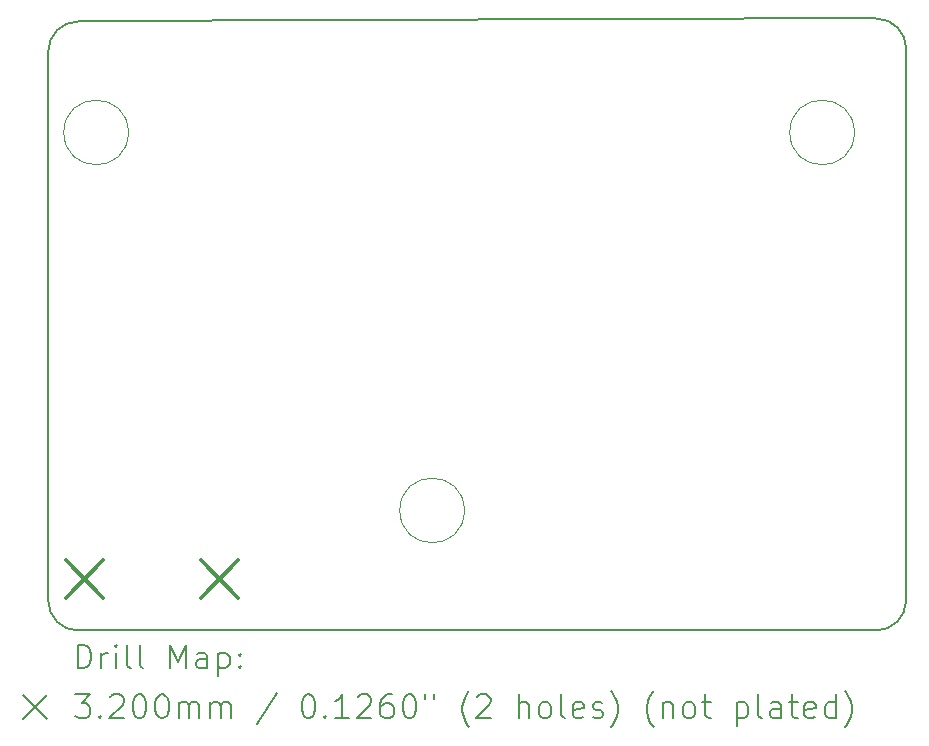
<source format=gbr>
%TF.GenerationSoftware,KiCad,Pcbnew,7.0.9*%
%TF.CreationDate,2024-05-07T23:03:17-04:00*%
%TF.ProjectId,Winder_V1,57696e64-6572-45f5-9631-2e6b69636164,rev?*%
%TF.SameCoordinates,Original*%
%TF.FileFunction,Drillmap*%
%TF.FilePolarity,Positive*%
%FSLAX45Y45*%
G04 Gerber Fmt 4.5, Leading zero omitted, Abs format (unit mm)*
G04 Created by KiCad (PCBNEW 7.0.9) date 2024-05-07 23:03:17*
%MOMM*%
%LPD*%
G01*
G04 APERTURE LIST*
%ADD10C,0.100000*%
%ADD11C,0.200000*%
%ADD12C,0.320000*%
G04 APERTURE END LIST*
D10*
X16732766Y-5130800D02*
G75*
G03*
X16732766Y-5130800I-273566J0D01*
G01*
D11*
X9906000Y-9093200D02*
G75*
G03*
X10160000Y-9347200I254000J0D01*
G01*
X16916400Y-9347200D02*
G75*
G03*
X17170400Y-9093200I0J254000D01*
G01*
X9906000Y-4445000D02*
X9906000Y-9093200D01*
X17170400Y-9093200D02*
X17170400Y-4419600D01*
X10160000Y-9347200D02*
X16916400Y-9347200D01*
X17170400Y-4419600D02*
G75*
G03*
X16916400Y-4165600I-254000J0D01*
G01*
D10*
X13430766Y-8331200D02*
G75*
G03*
X13430766Y-8331200I-273566J0D01*
G01*
D11*
X10160000Y-4191000D02*
G75*
G03*
X9906000Y-4445000I0J-254000D01*
G01*
D10*
X10585966Y-5130800D02*
G75*
G03*
X10585966Y-5130800I-273566J0D01*
G01*
D11*
X16916400Y-4165600D02*
X10160000Y-4191000D01*
D12*
X10054350Y-8753400D02*
X10374350Y-9073400D01*
X10374350Y-8753400D02*
X10054350Y-9073400D01*
X11197350Y-8753400D02*
X11517350Y-9073400D01*
X11517350Y-8753400D02*
X11197350Y-9073400D01*
D11*
X10156777Y-9668684D02*
X10156777Y-9468684D01*
X10156777Y-9468684D02*
X10204396Y-9468684D01*
X10204396Y-9468684D02*
X10232967Y-9478208D01*
X10232967Y-9478208D02*
X10252015Y-9497255D01*
X10252015Y-9497255D02*
X10261539Y-9516303D01*
X10261539Y-9516303D02*
X10271062Y-9554398D01*
X10271062Y-9554398D02*
X10271062Y-9582970D01*
X10271062Y-9582970D02*
X10261539Y-9621065D01*
X10261539Y-9621065D02*
X10252015Y-9640112D01*
X10252015Y-9640112D02*
X10232967Y-9659160D01*
X10232967Y-9659160D02*
X10204396Y-9668684D01*
X10204396Y-9668684D02*
X10156777Y-9668684D01*
X10356777Y-9668684D02*
X10356777Y-9535351D01*
X10356777Y-9573446D02*
X10366301Y-9554398D01*
X10366301Y-9554398D02*
X10375824Y-9544874D01*
X10375824Y-9544874D02*
X10394872Y-9535351D01*
X10394872Y-9535351D02*
X10413920Y-9535351D01*
X10480586Y-9668684D02*
X10480586Y-9535351D01*
X10480586Y-9468684D02*
X10471062Y-9478208D01*
X10471062Y-9478208D02*
X10480586Y-9487732D01*
X10480586Y-9487732D02*
X10490110Y-9478208D01*
X10490110Y-9478208D02*
X10480586Y-9468684D01*
X10480586Y-9468684D02*
X10480586Y-9487732D01*
X10604396Y-9668684D02*
X10585348Y-9659160D01*
X10585348Y-9659160D02*
X10575824Y-9640112D01*
X10575824Y-9640112D02*
X10575824Y-9468684D01*
X10709158Y-9668684D02*
X10690110Y-9659160D01*
X10690110Y-9659160D02*
X10680586Y-9640112D01*
X10680586Y-9640112D02*
X10680586Y-9468684D01*
X10937729Y-9668684D02*
X10937729Y-9468684D01*
X10937729Y-9468684D02*
X11004396Y-9611541D01*
X11004396Y-9611541D02*
X11071062Y-9468684D01*
X11071062Y-9468684D02*
X11071062Y-9668684D01*
X11252015Y-9668684D02*
X11252015Y-9563922D01*
X11252015Y-9563922D02*
X11242491Y-9544874D01*
X11242491Y-9544874D02*
X11223443Y-9535351D01*
X11223443Y-9535351D02*
X11185348Y-9535351D01*
X11185348Y-9535351D02*
X11166301Y-9544874D01*
X11252015Y-9659160D02*
X11232967Y-9668684D01*
X11232967Y-9668684D02*
X11185348Y-9668684D01*
X11185348Y-9668684D02*
X11166301Y-9659160D01*
X11166301Y-9659160D02*
X11156777Y-9640112D01*
X11156777Y-9640112D02*
X11156777Y-9621065D01*
X11156777Y-9621065D02*
X11166301Y-9602017D01*
X11166301Y-9602017D02*
X11185348Y-9592493D01*
X11185348Y-9592493D02*
X11232967Y-9592493D01*
X11232967Y-9592493D02*
X11252015Y-9582970D01*
X11347253Y-9535351D02*
X11347253Y-9735351D01*
X11347253Y-9544874D02*
X11366300Y-9535351D01*
X11366300Y-9535351D02*
X11404396Y-9535351D01*
X11404396Y-9535351D02*
X11423443Y-9544874D01*
X11423443Y-9544874D02*
X11432967Y-9554398D01*
X11432967Y-9554398D02*
X11442491Y-9573446D01*
X11442491Y-9573446D02*
X11442491Y-9630589D01*
X11442491Y-9630589D02*
X11432967Y-9649636D01*
X11432967Y-9649636D02*
X11423443Y-9659160D01*
X11423443Y-9659160D02*
X11404396Y-9668684D01*
X11404396Y-9668684D02*
X11366300Y-9668684D01*
X11366300Y-9668684D02*
X11347253Y-9659160D01*
X11528205Y-9649636D02*
X11537729Y-9659160D01*
X11537729Y-9659160D02*
X11528205Y-9668684D01*
X11528205Y-9668684D02*
X11518681Y-9659160D01*
X11518681Y-9659160D02*
X11528205Y-9649636D01*
X11528205Y-9649636D02*
X11528205Y-9668684D01*
X11528205Y-9544874D02*
X11537729Y-9554398D01*
X11537729Y-9554398D02*
X11528205Y-9563922D01*
X11528205Y-9563922D02*
X11518681Y-9554398D01*
X11518681Y-9554398D02*
X11528205Y-9544874D01*
X11528205Y-9544874D02*
X11528205Y-9563922D01*
X9696000Y-9897200D02*
X9896000Y-10097200D01*
X9896000Y-9897200D02*
X9696000Y-10097200D01*
X10137729Y-9888684D02*
X10261539Y-9888684D01*
X10261539Y-9888684D02*
X10194872Y-9964874D01*
X10194872Y-9964874D02*
X10223443Y-9964874D01*
X10223443Y-9964874D02*
X10242491Y-9974398D01*
X10242491Y-9974398D02*
X10252015Y-9983922D01*
X10252015Y-9983922D02*
X10261539Y-10002970D01*
X10261539Y-10002970D02*
X10261539Y-10050589D01*
X10261539Y-10050589D02*
X10252015Y-10069636D01*
X10252015Y-10069636D02*
X10242491Y-10079160D01*
X10242491Y-10079160D02*
X10223443Y-10088684D01*
X10223443Y-10088684D02*
X10166301Y-10088684D01*
X10166301Y-10088684D02*
X10147253Y-10079160D01*
X10147253Y-10079160D02*
X10137729Y-10069636D01*
X10347253Y-10069636D02*
X10356777Y-10079160D01*
X10356777Y-10079160D02*
X10347253Y-10088684D01*
X10347253Y-10088684D02*
X10337729Y-10079160D01*
X10337729Y-10079160D02*
X10347253Y-10069636D01*
X10347253Y-10069636D02*
X10347253Y-10088684D01*
X10432967Y-9907732D02*
X10442491Y-9898208D01*
X10442491Y-9898208D02*
X10461539Y-9888684D01*
X10461539Y-9888684D02*
X10509158Y-9888684D01*
X10509158Y-9888684D02*
X10528205Y-9898208D01*
X10528205Y-9898208D02*
X10537729Y-9907732D01*
X10537729Y-9907732D02*
X10547253Y-9926779D01*
X10547253Y-9926779D02*
X10547253Y-9945827D01*
X10547253Y-9945827D02*
X10537729Y-9974398D01*
X10537729Y-9974398D02*
X10423443Y-10088684D01*
X10423443Y-10088684D02*
X10547253Y-10088684D01*
X10671062Y-9888684D02*
X10690110Y-9888684D01*
X10690110Y-9888684D02*
X10709158Y-9898208D01*
X10709158Y-9898208D02*
X10718682Y-9907732D01*
X10718682Y-9907732D02*
X10728205Y-9926779D01*
X10728205Y-9926779D02*
X10737729Y-9964874D01*
X10737729Y-9964874D02*
X10737729Y-10012493D01*
X10737729Y-10012493D02*
X10728205Y-10050589D01*
X10728205Y-10050589D02*
X10718682Y-10069636D01*
X10718682Y-10069636D02*
X10709158Y-10079160D01*
X10709158Y-10079160D02*
X10690110Y-10088684D01*
X10690110Y-10088684D02*
X10671062Y-10088684D01*
X10671062Y-10088684D02*
X10652015Y-10079160D01*
X10652015Y-10079160D02*
X10642491Y-10069636D01*
X10642491Y-10069636D02*
X10632967Y-10050589D01*
X10632967Y-10050589D02*
X10623443Y-10012493D01*
X10623443Y-10012493D02*
X10623443Y-9964874D01*
X10623443Y-9964874D02*
X10632967Y-9926779D01*
X10632967Y-9926779D02*
X10642491Y-9907732D01*
X10642491Y-9907732D02*
X10652015Y-9898208D01*
X10652015Y-9898208D02*
X10671062Y-9888684D01*
X10861539Y-9888684D02*
X10880586Y-9888684D01*
X10880586Y-9888684D02*
X10899634Y-9898208D01*
X10899634Y-9898208D02*
X10909158Y-9907732D01*
X10909158Y-9907732D02*
X10918682Y-9926779D01*
X10918682Y-9926779D02*
X10928205Y-9964874D01*
X10928205Y-9964874D02*
X10928205Y-10012493D01*
X10928205Y-10012493D02*
X10918682Y-10050589D01*
X10918682Y-10050589D02*
X10909158Y-10069636D01*
X10909158Y-10069636D02*
X10899634Y-10079160D01*
X10899634Y-10079160D02*
X10880586Y-10088684D01*
X10880586Y-10088684D02*
X10861539Y-10088684D01*
X10861539Y-10088684D02*
X10842491Y-10079160D01*
X10842491Y-10079160D02*
X10832967Y-10069636D01*
X10832967Y-10069636D02*
X10823443Y-10050589D01*
X10823443Y-10050589D02*
X10813920Y-10012493D01*
X10813920Y-10012493D02*
X10813920Y-9964874D01*
X10813920Y-9964874D02*
X10823443Y-9926779D01*
X10823443Y-9926779D02*
X10832967Y-9907732D01*
X10832967Y-9907732D02*
X10842491Y-9898208D01*
X10842491Y-9898208D02*
X10861539Y-9888684D01*
X11013920Y-10088684D02*
X11013920Y-9955351D01*
X11013920Y-9974398D02*
X11023443Y-9964874D01*
X11023443Y-9964874D02*
X11042491Y-9955351D01*
X11042491Y-9955351D02*
X11071063Y-9955351D01*
X11071063Y-9955351D02*
X11090110Y-9964874D01*
X11090110Y-9964874D02*
X11099634Y-9983922D01*
X11099634Y-9983922D02*
X11099634Y-10088684D01*
X11099634Y-9983922D02*
X11109158Y-9964874D01*
X11109158Y-9964874D02*
X11128205Y-9955351D01*
X11128205Y-9955351D02*
X11156777Y-9955351D01*
X11156777Y-9955351D02*
X11175824Y-9964874D01*
X11175824Y-9964874D02*
X11185348Y-9983922D01*
X11185348Y-9983922D02*
X11185348Y-10088684D01*
X11280586Y-10088684D02*
X11280586Y-9955351D01*
X11280586Y-9974398D02*
X11290110Y-9964874D01*
X11290110Y-9964874D02*
X11309158Y-9955351D01*
X11309158Y-9955351D02*
X11337729Y-9955351D01*
X11337729Y-9955351D02*
X11356777Y-9964874D01*
X11356777Y-9964874D02*
X11366301Y-9983922D01*
X11366301Y-9983922D02*
X11366301Y-10088684D01*
X11366301Y-9983922D02*
X11375824Y-9964874D01*
X11375824Y-9964874D02*
X11394872Y-9955351D01*
X11394872Y-9955351D02*
X11423443Y-9955351D01*
X11423443Y-9955351D02*
X11442491Y-9964874D01*
X11442491Y-9964874D02*
X11452015Y-9983922D01*
X11452015Y-9983922D02*
X11452015Y-10088684D01*
X11842491Y-9879160D02*
X11671063Y-10136303D01*
X12099634Y-9888684D02*
X12118682Y-9888684D01*
X12118682Y-9888684D02*
X12137729Y-9898208D01*
X12137729Y-9898208D02*
X12147253Y-9907732D01*
X12147253Y-9907732D02*
X12156777Y-9926779D01*
X12156777Y-9926779D02*
X12166301Y-9964874D01*
X12166301Y-9964874D02*
X12166301Y-10012493D01*
X12166301Y-10012493D02*
X12156777Y-10050589D01*
X12156777Y-10050589D02*
X12147253Y-10069636D01*
X12147253Y-10069636D02*
X12137729Y-10079160D01*
X12137729Y-10079160D02*
X12118682Y-10088684D01*
X12118682Y-10088684D02*
X12099634Y-10088684D01*
X12099634Y-10088684D02*
X12080586Y-10079160D01*
X12080586Y-10079160D02*
X12071063Y-10069636D01*
X12071063Y-10069636D02*
X12061539Y-10050589D01*
X12061539Y-10050589D02*
X12052015Y-10012493D01*
X12052015Y-10012493D02*
X12052015Y-9964874D01*
X12052015Y-9964874D02*
X12061539Y-9926779D01*
X12061539Y-9926779D02*
X12071063Y-9907732D01*
X12071063Y-9907732D02*
X12080586Y-9898208D01*
X12080586Y-9898208D02*
X12099634Y-9888684D01*
X12252015Y-10069636D02*
X12261539Y-10079160D01*
X12261539Y-10079160D02*
X12252015Y-10088684D01*
X12252015Y-10088684D02*
X12242491Y-10079160D01*
X12242491Y-10079160D02*
X12252015Y-10069636D01*
X12252015Y-10069636D02*
X12252015Y-10088684D01*
X12452015Y-10088684D02*
X12337729Y-10088684D01*
X12394872Y-10088684D02*
X12394872Y-9888684D01*
X12394872Y-9888684D02*
X12375824Y-9917255D01*
X12375824Y-9917255D02*
X12356777Y-9936303D01*
X12356777Y-9936303D02*
X12337729Y-9945827D01*
X12528205Y-9907732D02*
X12537729Y-9898208D01*
X12537729Y-9898208D02*
X12556777Y-9888684D01*
X12556777Y-9888684D02*
X12604396Y-9888684D01*
X12604396Y-9888684D02*
X12623444Y-9898208D01*
X12623444Y-9898208D02*
X12632967Y-9907732D01*
X12632967Y-9907732D02*
X12642491Y-9926779D01*
X12642491Y-9926779D02*
X12642491Y-9945827D01*
X12642491Y-9945827D02*
X12632967Y-9974398D01*
X12632967Y-9974398D02*
X12518682Y-10088684D01*
X12518682Y-10088684D02*
X12642491Y-10088684D01*
X12813920Y-9888684D02*
X12775824Y-9888684D01*
X12775824Y-9888684D02*
X12756777Y-9898208D01*
X12756777Y-9898208D02*
X12747253Y-9907732D01*
X12747253Y-9907732D02*
X12728205Y-9936303D01*
X12728205Y-9936303D02*
X12718682Y-9974398D01*
X12718682Y-9974398D02*
X12718682Y-10050589D01*
X12718682Y-10050589D02*
X12728205Y-10069636D01*
X12728205Y-10069636D02*
X12737729Y-10079160D01*
X12737729Y-10079160D02*
X12756777Y-10088684D01*
X12756777Y-10088684D02*
X12794872Y-10088684D01*
X12794872Y-10088684D02*
X12813920Y-10079160D01*
X12813920Y-10079160D02*
X12823444Y-10069636D01*
X12823444Y-10069636D02*
X12832967Y-10050589D01*
X12832967Y-10050589D02*
X12832967Y-10002970D01*
X12832967Y-10002970D02*
X12823444Y-9983922D01*
X12823444Y-9983922D02*
X12813920Y-9974398D01*
X12813920Y-9974398D02*
X12794872Y-9964874D01*
X12794872Y-9964874D02*
X12756777Y-9964874D01*
X12756777Y-9964874D02*
X12737729Y-9974398D01*
X12737729Y-9974398D02*
X12728205Y-9983922D01*
X12728205Y-9983922D02*
X12718682Y-10002970D01*
X12956777Y-9888684D02*
X12975825Y-9888684D01*
X12975825Y-9888684D02*
X12994872Y-9898208D01*
X12994872Y-9898208D02*
X13004396Y-9907732D01*
X13004396Y-9907732D02*
X13013920Y-9926779D01*
X13013920Y-9926779D02*
X13023444Y-9964874D01*
X13023444Y-9964874D02*
X13023444Y-10012493D01*
X13023444Y-10012493D02*
X13013920Y-10050589D01*
X13013920Y-10050589D02*
X13004396Y-10069636D01*
X13004396Y-10069636D02*
X12994872Y-10079160D01*
X12994872Y-10079160D02*
X12975825Y-10088684D01*
X12975825Y-10088684D02*
X12956777Y-10088684D01*
X12956777Y-10088684D02*
X12937729Y-10079160D01*
X12937729Y-10079160D02*
X12928205Y-10069636D01*
X12928205Y-10069636D02*
X12918682Y-10050589D01*
X12918682Y-10050589D02*
X12909158Y-10012493D01*
X12909158Y-10012493D02*
X12909158Y-9964874D01*
X12909158Y-9964874D02*
X12918682Y-9926779D01*
X12918682Y-9926779D02*
X12928205Y-9907732D01*
X12928205Y-9907732D02*
X12937729Y-9898208D01*
X12937729Y-9898208D02*
X12956777Y-9888684D01*
X13099634Y-9888684D02*
X13099634Y-9926779D01*
X13175825Y-9888684D02*
X13175825Y-9926779D01*
X13471063Y-10164874D02*
X13461539Y-10155351D01*
X13461539Y-10155351D02*
X13442491Y-10126779D01*
X13442491Y-10126779D02*
X13432967Y-10107732D01*
X13432967Y-10107732D02*
X13423444Y-10079160D01*
X13423444Y-10079160D02*
X13413920Y-10031541D01*
X13413920Y-10031541D02*
X13413920Y-9993446D01*
X13413920Y-9993446D02*
X13423444Y-9945827D01*
X13423444Y-9945827D02*
X13432967Y-9917255D01*
X13432967Y-9917255D02*
X13442491Y-9898208D01*
X13442491Y-9898208D02*
X13461539Y-9869636D01*
X13461539Y-9869636D02*
X13471063Y-9860112D01*
X13537729Y-9907732D02*
X13547253Y-9898208D01*
X13547253Y-9898208D02*
X13566301Y-9888684D01*
X13566301Y-9888684D02*
X13613920Y-9888684D01*
X13613920Y-9888684D02*
X13632967Y-9898208D01*
X13632967Y-9898208D02*
X13642491Y-9907732D01*
X13642491Y-9907732D02*
X13652015Y-9926779D01*
X13652015Y-9926779D02*
X13652015Y-9945827D01*
X13652015Y-9945827D02*
X13642491Y-9974398D01*
X13642491Y-9974398D02*
X13528206Y-10088684D01*
X13528206Y-10088684D02*
X13652015Y-10088684D01*
X13890110Y-10088684D02*
X13890110Y-9888684D01*
X13975825Y-10088684D02*
X13975825Y-9983922D01*
X13975825Y-9983922D02*
X13966301Y-9964874D01*
X13966301Y-9964874D02*
X13947253Y-9955351D01*
X13947253Y-9955351D02*
X13918682Y-9955351D01*
X13918682Y-9955351D02*
X13899634Y-9964874D01*
X13899634Y-9964874D02*
X13890110Y-9974398D01*
X14099634Y-10088684D02*
X14080587Y-10079160D01*
X14080587Y-10079160D02*
X14071063Y-10069636D01*
X14071063Y-10069636D02*
X14061539Y-10050589D01*
X14061539Y-10050589D02*
X14061539Y-9993446D01*
X14061539Y-9993446D02*
X14071063Y-9974398D01*
X14071063Y-9974398D02*
X14080587Y-9964874D01*
X14080587Y-9964874D02*
X14099634Y-9955351D01*
X14099634Y-9955351D02*
X14128206Y-9955351D01*
X14128206Y-9955351D02*
X14147253Y-9964874D01*
X14147253Y-9964874D02*
X14156777Y-9974398D01*
X14156777Y-9974398D02*
X14166301Y-9993446D01*
X14166301Y-9993446D02*
X14166301Y-10050589D01*
X14166301Y-10050589D02*
X14156777Y-10069636D01*
X14156777Y-10069636D02*
X14147253Y-10079160D01*
X14147253Y-10079160D02*
X14128206Y-10088684D01*
X14128206Y-10088684D02*
X14099634Y-10088684D01*
X14280587Y-10088684D02*
X14261539Y-10079160D01*
X14261539Y-10079160D02*
X14252015Y-10060112D01*
X14252015Y-10060112D02*
X14252015Y-9888684D01*
X14432968Y-10079160D02*
X14413920Y-10088684D01*
X14413920Y-10088684D02*
X14375825Y-10088684D01*
X14375825Y-10088684D02*
X14356777Y-10079160D01*
X14356777Y-10079160D02*
X14347253Y-10060112D01*
X14347253Y-10060112D02*
X14347253Y-9983922D01*
X14347253Y-9983922D02*
X14356777Y-9964874D01*
X14356777Y-9964874D02*
X14375825Y-9955351D01*
X14375825Y-9955351D02*
X14413920Y-9955351D01*
X14413920Y-9955351D02*
X14432968Y-9964874D01*
X14432968Y-9964874D02*
X14442491Y-9983922D01*
X14442491Y-9983922D02*
X14442491Y-10002970D01*
X14442491Y-10002970D02*
X14347253Y-10022017D01*
X14518682Y-10079160D02*
X14537729Y-10088684D01*
X14537729Y-10088684D02*
X14575825Y-10088684D01*
X14575825Y-10088684D02*
X14594872Y-10079160D01*
X14594872Y-10079160D02*
X14604396Y-10060112D01*
X14604396Y-10060112D02*
X14604396Y-10050589D01*
X14604396Y-10050589D02*
X14594872Y-10031541D01*
X14594872Y-10031541D02*
X14575825Y-10022017D01*
X14575825Y-10022017D02*
X14547253Y-10022017D01*
X14547253Y-10022017D02*
X14528206Y-10012493D01*
X14528206Y-10012493D02*
X14518682Y-9993446D01*
X14518682Y-9993446D02*
X14518682Y-9983922D01*
X14518682Y-9983922D02*
X14528206Y-9964874D01*
X14528206Y-9964874D02*
X14547253Y-9955351D01*
X14547253Y-9955351D02*
X14575825Y-9955351D01*
X14575825Y-9955351D02*
X14594872Y-9964874D01*
X14671063Y-10164874D02*
X14680587Y-10155351D01*
X14680587Y-10155351D02*
X14699634Y-10126779D01*
X14699634Y-10126779D02*
X14709158Y-10107732D01*
X14709158Y-10107732D02*
X14718682Y-10079160D01*
X14718682Y-10079160D02*
X14728206Y-10031541D01*
X14728206Y-10031541D02*
X14728206Y-9993446D01*
X14728206Y-9993446D02*
X14718682Y-9945827D01*
X14718682Y-9945827D02*
X14709158Y-9917255D01*
X14709158Y-9917255D02*
X14699634Y-9898208D01*
X14699634Y-9898208D02*
X14680587Y-9869636D01*
X14680587Y-9869636D02*
X14671063Y-9860112D01*
X15032968Y-10164874D02*
X15023444Y-10155351D01*
X15023444Y-10155351D02*
X15004396Y-10126779D01*
X15004396Y-10126779D02*
X14994872Y-10107732D01*
X14994872Y-10107732D02*
X14985349Y-10079160D01*
X14985349Y-10079160D02*
X14975825Y-10031541D01*
X14975825Y-10031541D02*
X14975825Y-9993446D01*
X14975825Y-9993446D02*
X14985349Y-9945827D01*
X14985349Y-9945827D02*
X14994872Y-9917255D01*
X14994872Y-9917255D02*
X15004396Y-9898208D01*
X15004396Y-9898208D02*
X15023444Y-9869636D01*
X15023444Y-9869636D02*
X15032968Y-9860112D01*
X15109158Y-9955351D02*
X15109158Y-10088684D01*
X15109158Y-9974398D02*
X15118682Y-9964874D01*
X15118682Y-9964874D02*
X15137729Y-9955351D01*
X15137729Y-9955351D02*
X15166301Y-9955351D01*
X15166301Y-9955351D02*
X15185349Y-9964874D01*
X15185349Y-9964874D02*
X15194872Y-9983922D01*
X15194872Y-9983922D02*
X15194872Y-10088684D01*
X15318682Y-10088684D02*
X15299634Y-10079160D01*
X15299634Y-10079160D02*
X15290110Y-10069636D01*
X15290110Y-10069636D02*
X15280587Y-10050589D01*
X15280587Y-10050589D02*
X15280587Y-9993446D01*
X15280587Y-9993446D02*
X15290110Y-9974398D01*
X15290110Y-9974398D02*
X15299634Y-9964874D01*
X15299634Y-9964874D02*
X15318682Y-9955351D01*
X15318682Y-9955351D02*
X15347253Y-9955351D01*
X15347253Y-9955351D02*
X15366301Y-9964874D01*
X15366301Y-9964874D02*
X15375825Y-9974398D01*
X15375825Y-9974398D02*
X15385349Y-9993446D01*
X15385349Y-9993446D02*
X15385349Y-10050589D01*
X15385349Y-10050589D02*
X15375825Y-10069636D01*
X15375825Y-10069636D02*
X15366301Y-10079160D01*
X15366301Y-10079160D02*
X15347253Y-10088684D01*
X15347253Y-10088684D02*
X15318682Y-10088684D01*
X15442491Y-9955351D02*
X15518682Y-9955351D01*
X15471063Y-9888684D02*
X15471063Y-10060112D01*
X15471063Y-10060112D02*
X15480587Y-10079160D01*
X15480587Y-10079160D02*
X15499634Y-10088684D01*
X15499634Y-10088684D02*
X15518682Y-10088684D01*
X15737730Y-9955351D02*
X15737730Y-10155351D01*
X15737730Y-9964874D02*
X15756777Y-9955351D01*
X15756777Y-9955351D02*
X15794872Y-9955351D01*
X15794872Y-9955351D02*
X15813920Y-9964874D01*
X15813920Y-9964874D02*
X15823444Y-9974398D01*
X15823444Y-9974398D02*
X15832968Y-9993446D01*
X15832968Y-9993446D02*
X15832968Y-10050589D01*
X15832968Y-10050589D02*
X15823444Y-10069636D01*
X15823444Y-10069636D02*
X15813920Y-10079160D01*
X15813920Y-10079160D02*
X15794872Y-10088684D01*
X15794872Y-10088684D02*
X15756777Y-10088684D01*
X15756777Y-10088684D02*
X15737730Y-10079160D01*
X15947253Y-10088684D02*
X15928206Y-10079160D01*
X15928206Y-10079160D02*
X15918682Y-10060112D01*
X15918682Y-10060112D02*
X15918682Y-9888684D01*
X16109158Y-10088684D02*
X16109158Y-9983922D01*
X16109158Y-9983922D02*
X16099634Y-9964874D01*
X16099634Y-9964874D02*
X16080587Y-9955351D01*
X16080587Y-9955351D02*
X16042491Y-9955351D01*
X16042491Y-9955351D02*
X16023444Y-9964874D01*
X16109158Y-10079160D02*
X16090111Y-10088684D01*
X16090111Y-10088684D02*
X16042491Y-10088684D01*
X16042491Y-10088684D02*
X16023444Y-10079160D01*
X16023444Y-10079160D02*
X16013920Y-10060112D01*
X16013920Y-10060112D02*
X16013920Y-10041065D01*
X16013920Y-10041065D02*
X16023444Y-10022017D01*
X16023444Y-10022017D02*
X16042491Y-10012493D01*
X16042491Y-10012493D02*
X16090111Y-10012493D01*
X16090111Y-10012493D02*
X16109158Y-10002970D01*
X16175825Y-9955351D02*
X16252015Y-9955351D01*
X16204396Y-9888684D02*
X16204396Y-10060112D01*
X16204396Y-10060112D02*
X16213920Y-10079160D01*
X16213920Y-10079160D02*
X16232968Y-10088684D01*
X16232968Y-10088684D02*
X16252015Y-10088684D01*
X16394872Y-10079160D02*
X16375825Y-10088684D01*
X16375825Y-10088684D02*
X16337730Y-10088684D01*
X16337730Y-10088684D02*
X16318682Y-10079160D01*
X16318682Y-10079160D02*
X16309158Y-10060112D01*
X16309158Y-10060112D02*
X16309158Y-9983922D01*
X16309158Y-9983922D02*
X16318682Y-9964874D01*
X16318682Y-9964874D02*
X16337730Y-9955351D01*
X16337730Y-9955351D02*
X16375825Y-9955351D01*
X16375825Y-9955351D02*
X16394872Y-9964874D01*
X16394872Y-9964874D02*
X16404396Y-9983922D01*
X16404396Y-9983922D02*
X16404396Y-10002970D01*
X16404396Y-10002970D02*
X16309158Y-10022017D01*
X16575825Y-10088684D02*
X16575825Y-9888684D01*
X16575825Y-10079160D02*
X16556777Y-10088684D01*
X16556777Y-10088684D02*
X16518682Y-10088684D01*
X16518682Y-10088684D02*
X16499634Y-10079160D01*
X16499634Y-10079160D02*
X16490111Y-10069636D01*
X16490111Y-10069636D02*
X16480587Y-10050589D01*
X16480587Y-10050589D02*
X16480587Y-9993446D01*
X16480587Y-9993446D02*
X16490111Y-9974398D01*
X16490111Y-9974398D02*
X16499634Y-9964874D01*
X16499634Y-9964874D02*
X16518682Y-9955351D01*
X16518682Y-9955351D02*
X16556777Y-9955351D01*
X16556777Y-9955351D02*
X16575825Y-9964874D01*
X16652015Y-10164874D02*
X16661539Y-10155351D01*
X16661539Y-10155351D02*
X16680587Y-10126779D01*
X16680587Y-10126779D02*
X16690111Y-10107732D01*
X16690111Y-10107732D02*
X16699634Y-10079160D01*
X16699634Y-10079160D02*
X16709158Y-10031541D01*
X16709158Y-10031541D02*
X16709158Y-9993446D01*
X16709158Y-9993446D02*
X16699634Y-9945827D01*
X16699634Y-9945827D02*
X16690111Y-9917255D01*
X16690111Y-9917255D02*
X16680587Y-9898208D01*
X16680587Y-9898208D02*
X16661539Y-9869636D01*
X16661539Y-9869636D02*
X16652015Y-9860112D01*
M02*

</source>
